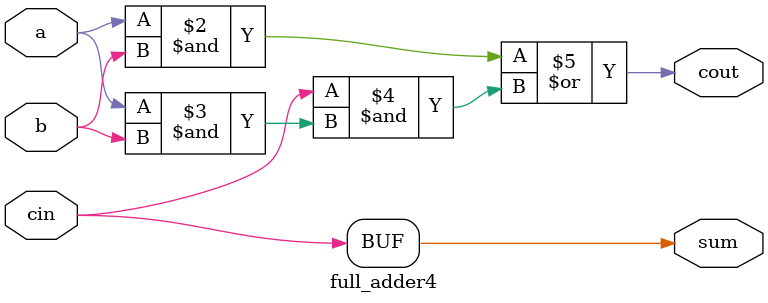
<source format=v>
module full_adder4(a,b,cin,sum,cout);
input a,b,cin;
output sum,cout;
assign sum = 1'b0^cin;
assign cout = a&b|cin&(a&b); 
// initial begin
//     $display("The incorrect adder with xor0 and xor1 having out/0 and in1/0");
// end   
endmodule
</source>
